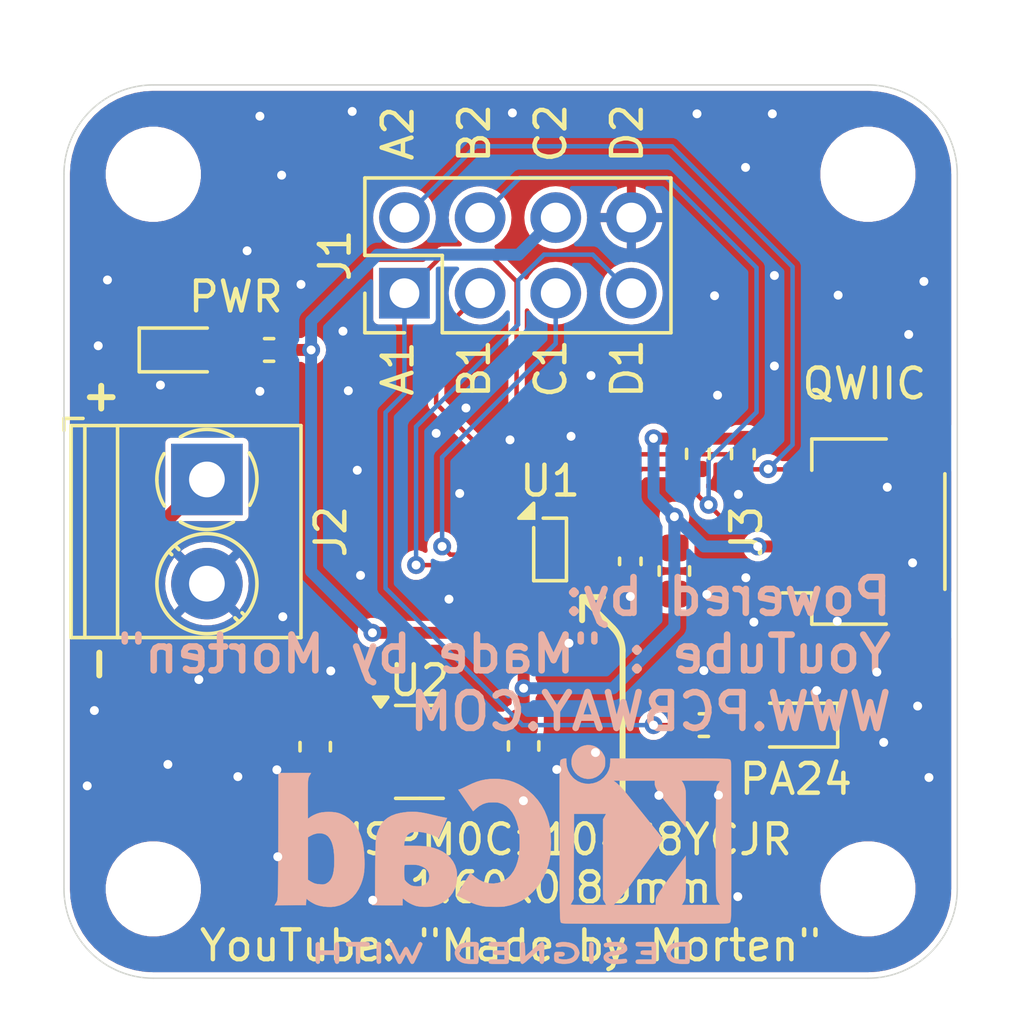
<source format=kicad_pcb>
(kicad_pcb (version 20240108) (generator "pcbnew") (generator_version "8.0")
  (layers (0 "F.Cu" signal) (31 "B.Cu" signal) (34 "B.Paste" user) (35 "F.Paste" user) (36 "B.SilkS" user "B.Silkscreen") (37 "F.SilkS" user "F.Silkscreen") (38 "B.Mask" user) (39 "F.Mask" user) (44 "Edge.Cuts" user))
  (net 0 "")
  (net 1 "+3V3")
  (net 2 "GND")
  (net 3 "Net-(J2-Pin_1)")
  (net 4 "Net-(D1-A)")
  (net 5 "Net-(D2-A)")
  (net 6 "/PA27")
  (net 7 "/PA24")
  (net 8 "/I2C0_SDA")
  (net 9 "/SWCLK")
  (net 10 "/I2C0_SCL")
  (net 11 "/SWDIO")
  (footprint "Morten_Library:Texas_DSBGA-8_0.86x1.6mm_Layout2x4_P0.35mm" (layer "F.Cu") (at 126.325 95.6)
    (property "Reference" "U1" (at 0 -2.3 0) (layer "F.SilkS"))
    (property "Value" "MSPM0C1104S8YCJR")
    (pad "A1" smd circle (at -0.175 -0.525) (size 0.2 0.2) (layers "F.Cu" "F.Mask") (net 7 "/PA24"))
    (pad "A2" smd circle (at 0.175 -0.525) (size 0.2 0.2) (layers "F.Cu" "F.Mask") (net 8 "/I2C0_SDA"))
    (pad "B1" smd circle (at -0.175 -0.175) (size 0.2 0.2) (layers "F.Cu" "F.Mask") (net 6 "/PA27"))
    (pad "B2" smd circle (at 0.175 -0.175) (size 0.2 0.2) (layers "F.Cu" "F.Mask") (net 10 "/I2C0_SCL"))
    (pad "C1" smd circle (at -0.175 0.175) (size 0.2 0.2) (layers "F.Cu" "F.Mask") (net 9 "/SWCLK"))
    (pad "C2" smd circle (at 0.175 0.175) (size 0.2 0.2) (layers "F.Cu" "F.Mask") (net 1 "+3V3"))
    (pad "D1" smd circle (at -0.175 0.525) (size 0.2 0.2) (layers "F.Cu" "F.Mask") (net 11 "/SWDIO"))
    (pad "D2" smd circle (at 0.175 0.525) (size 0.2 0.2) (layers "F.Cu" "F.Mask") (net 2 "GND"))
  )
  (footprint "Resistor_SMD:R_0402_1005Metric" (layer "F.Cu") (at 131.49 101.5)
    (property "Reference" "R2" (hide yes))
    (property "Value" "1K")
    (pad "1" smd roundrect (at -0.51 0) (size 0.54 0.64) (layers "F.Cu" "F.Paste" "F.Mask") (net 7 "/PA24"))
    (pad "2" smd roundrect (at 0.51 0) (size 0.54 0.64) (layers "F.Cu" "F.Paste" "F.Mask") (net 5 "Net-(D2-A)"))
  )
  (footprint "MountingHole:MountingHole_2.7mm" (layer "F.Cu") (at 113 83)
    (property "Reference" "H1" (hide yes))
    (property "Value" "MountingHole")
    (pad "" np_thru_hole circle (at 0 0) (size 2.7 2.7) (drill 2.7) (layers "*.Cu" "*.Mask"))
  )
  (footprint "Resistor_SMD:R_0402_1005Metric" (layer "F.Cu") (at 132.8 92.4 -90)
    (property "Reference" "R4" (hide yes))
    (property "Value" "4K7")
    (pad "1" smd roundrect (at -0.51 0 270) (size 0.54 0.64) (layers "F.Cu" "F.Paste" "F.Mask") (net 1 "+3V3"))
    (pad "2" smd roundrect (at 0.51 0 270) (size 0.54 0.64) (layers "F.Cu" "F.Paste" "F.Mask") (net 8 "/I2C0_SDA"))
  )
  (footprint "TerminalBlock_Phoenix:TerminalBlock_Phoenix_PT-1,5-2-3.5-H_1x02_P3.50mm_Horizontal" (layer "F.Cu") (at 114.8 93.25 -90)
    (property "Reference" "J2" (at 1.75 -4.16 90) (layer "F.SilkS"))
    (property "Value" "Screw_Terminal_01x02")
    (pad "1" thru_hole rect (at 0 0 270) (size 2.4 2.4) (drill 1.2) (layers "*.Cu" "*.Mask") (net 3 "Net-(J2-Pin_1)"))
    (pad "2" thru_hole circle (at 3.5 0 270) (size 2.4 2.4) (drill 1.2) (layers "*.Cu" "*.Mask") (net 2 "GND"))
  )
  (footprint "Connector_JST:JST_SH_SM04B-SRSS-TB_1x04-1MP_P1.00mm_Horizontal" (layer "F.Cu") (at 136.9 95 90)
    (property "Reference" "J3" (at 0 -3.98 -90) (layer "F.SilkS"))
    (property "Value" "Conn_01x04")
    (pad "1" smd roundrect (at -1.5 -2 90) (size 0.6 1.55) (layers "F.Cu" "F.Paste" "F.Mask") (net 2 "GND"))
    (pad "2" smd roundrect (at -0.5 -2 90) (size 0.6 1.55) (layers "F.Cu" "F.Paste" "F.Mask") (net 1 "+3V3"))
    (pad "3" smd roundrect (at 0.5 -2 90) (size 0.6 1.55) (layers "F.Cu" "F.Paste" "F.Mask") (net 8 "/I2C0_SDA"))
    (pad "4" smd roundrect (at 1.5 -2 90) (size 0.6 1.55) (layers "F.Cu" "F.Paste" "F.Mask") (net 10 "/I2C0_SCL"))
    (pad "MP" smd roundrect (at -2.8 1.875 90) (size 1.2 1.8) (layers "F.Cu" "F.Paste" "F.Mask") (roundrect_rratio 0.2083333333))
    (pad "MP" smd roundrect (at 2.8 1.875 90) (size 1.2 1.8) (layers "F.Cu" "F.Paste" "F.Mask") (roundrect_rratio 0.2083333333))
  )
  (footprint "LED_SMD:LED_0603_1608Metric" (layer "F.Cu") (at 114.0125 88.9)
    (property "Reference" "D1" (hide yes))
    (property "Value" "GREEN")
    (pad "1" smd roundrect (at -0.7875 0) (size 0.875 0.95) (layers "F.Cu" "F.Paste" "F.Mask") (net 2 "GND"))
    (pad "2" smd roundrect (at 0.7875 0) (size 0.875 0.95) (layers "F.Cu" "F.Paste" "F.Mask") (net 4 "Net-(D1-A)"))
  )
  (footprint "MountingHole:MountingHole_2.7mm" (layer "F.Cu") (at 137 83)
    (property "Reference" "H2" (hide yes))
    (property "Value" "MountingHole")
    (pad "" np_thru_hole circle (at 0 0) (size 2.7 2.7) (drill 2.7) (layers "*.Cu" "*.Mask"))
  )
  (footprint "Capacitor_SMD:C_0603_1608Metric" (layer "F.Cu") (at 125.4375 102.2 -90)
    (property "Reference" "C4" (hide yes))
    (property "Value" "1u")
    (pad "1" smd roundrect (at -0.775 0 270) (size 0.9 0.95) (layers "F.Cu" "F.Paste" "F.Mask") (net 1 "+3V3"))
    (pad "2" smd roundrect (at 0.775 0 270) (size 0.9 0.95) (layers "F.Cu" "F.Paste" "F.Mask") (net 2 "GND"))
  )
  (footprint "Connector_PinHeader_2.54mm:PinHeader_2x04_P2.54mm_Vertical" (layer "F.Cu") (at 121.435 86.995 90)
    (property "Reference" "J1" (at 1.27 -2.33 -90) (layer "F.SilkS"))
    (property "Value" "Conn_02x04_Odd_Even")
    (pad "1" thru_hole rect (at 0 0 90) (size 1.7 1.7) (drill 1) (layers "*.Cu" "*.Mask") (net 7 "/PA24"))
    (pad "2" thru_hole oval (at 2.54 0 90) (size 1.7 1.7) (drill 1) (layers "*.Cu" "*.Mask") (net 8 "/I2C0_SDA"))
    (pad "3" thru_hole oval (at 0 2.54 90) (size 1.7 1.7) (drill 1) (layers "*.Cu" "*.Mask") (net 6 "/PA27"))
    (pad "4" thru_hole oval (at 2.54 2.54 90) (size 1.7 1.7) (drill 1) (layers "*.Cu" "*.Mask") (net 10 "/I2C0_SCL"))
    (pad "5" thru_hole oval (at 0 5.08 90) (size 1.7 1.7) (drill 1) (layers "*.Cu" "*.Mask") (net 9 "/SWCLK"))
    (pad "6" thru_hole oval (at 2.54 5.08 90) (size 1.7 1.7) (drill 1) (layers "*.Cu" "*.Mask") (net 1 "+3V3"))
    (pad "7" thru_hole oval (at 0 7.62 90) (size 1.7 1.7) (drill 1) (layers "*.Cu" "*.Mask") (net 11 "/SWDIO"))
    (pad "8" thru_hole oval (at 2.54 7.62 90) (size 1.7 1.7) (drill 1) (layers "*.Cu" "*.Mask") (net 2 "GND"))
  )
  (footprint "MountingHole:MountingHole_2.7mm" (layer "F.Cu") (at 113 107)
    (property "Reference" "H4" (hide yes))
    (property "Value" "MountingHole")
    (pad "" np_thru_hole circle (at 0 0) (size 2.7 2.7) (drill 2.7) (layers "*.Cu" "*.Mask"))
  )
  (footprint "Resistor_SMD:R_0402_1005Metric" (layer "F.Cu") (at 116.89 88.9)
    (property "Reference" "R5" (hide yes))
    (property "Value" "1K")
    (pad "1" smd roundrect (at -0.51 0) (size 0.54 0.64) (layers "F.Cu" "F.Paste" "F.Mask") (net 4 "Net-(D1-A)"))
    (pad "2" smd roundrect (at 0.51 0) (size 0.54 0.64) (layers "F.Cu" "F.Paste" "F.Mask") (net 1 "+3V3"))
  )
  (footprint "LED_SMD:LED_0603_1608Metric" (layer "F.Cu") (at 134.5 101.5 180)
    (property "Reference" "D2" (hide yes))
    (property "Value" "YELLOW")
    (pad "1" smd roundrect (at -0.7875 0 180) (size 0.875 0.95) (layers "F.Cu" "F.Paste" "F.Mask") (net 2 "GND"))
    (pad "2" smd roundrect (at 0.7875 0 180) (size 0.875 0.95) (layers "F.Cu" "F.Paste" "F.Mask") (net 5 "Net-(D2-A)"))
  )
  (footprint "Capacitor_SMD:C_0603_1608Metric" (layer "F.Cu") (at 130.5 96.325 -90)
    (property "Reference" "C2" (hide yes))
    (property "Value" "10u/16V")
    (pad "1" smd roundrect (at -0.775 0 270) (size 0.9 0.95) (layers "F.Cu" "F.Paste" "F.Mask") (net 1 "+3V3"))
    (pad "2" smd roundrect (at 0.775 0 270) (size 0.9 0.95) (layers "F.Cu" "F.Paste" "F.Mask") (net 2 "GND"))
  )
  (footprint "Capacitor_SMD:C_0402_1005Metric" (layer "F.Cu") (at 129.02 96 -90)
    (property "Reference" "C1" (hide yes))
    (property "Value" "100n")
    (pad "1" smd roundrect (at -0.48 0 270) (size 0.56 0.62) (layers "F.Cu" "F.Paste" "F.Mask") (net 1 "+3V3"))
    (pad "2" smd roundrect (at 0.48 0 270) (size 0.56 0.62) (layers "F.Cu" "F.Paste" "F.Mask") (net 2 "GND"))
  )
  (footprint "Package_TO_SOT_SMD:SOT-23-5" (layer "F.Cu") (at 121.9375 102.4)
    (property "Reference" "U2" (at 0 -2.4 0) (layer "F.SilkS"))
    (property "Value" "TLV75533PDBV")
    (pad "1" smd roundrect (at -1.1375 -0.95) (size 1.325 0.6) (layers "F.Cu" "F.Paste" "F.Mask") (net 3 "Net-(J2-Pin_1)"))
    (pad "2" smd roundrect (at -1.1375 0) (size 1.325 0.6) (layers "F.Cu" "F.Paste" "F.Mask") (net 2 "GND"))
    (pad "3" smd roundrect (at -1.1375 0.95) (size 1.325 0.6) (layers "F.Cu" "F.Paste" "F.Mask") (net 3 "Net-(J2-Pin_1)"))
    (pad "4" smd roundrect (at 1.1375 0.95) (size 1.325 0.6) (layers "F.Cu" "F.Paste" "F.Mask"))
    (pad "5" smd roundrect (at 1.1375 -0.95) (size 1.325 0.6) (layers "F.Cu" "F.Paste" "F.Mask") (net 1 "+3V3"))
  )
  (footprint "Capacitor_SMD:C_0603_1608Metric" (layer "F.Cu") (at 118.4375 102.225 -90)
    (property "Reference" "C3" (hide yes))
    (property "Value" "1u")
    (pad "1" smd roundrect (at -0.775 0 270) (size 0.9 0.95) (layers "F.Cu" "F.Paste" "F.Mask") (net 3 "Net-(J2-Pin_1)"))
    (pad "2" smd roundrect (at 0.775 0 270) (size 0.9 0.95) (layers "F.Cu" "F.Paste" "F.Mask") (net 2 "GND"))
  )
  (footprint "MountingHole:MountingHole_2.7mm" (layer "F.Cu") (at 137 107)
    (property "Reference" "H3" (hide yes))
    (property "Value" "MountingHole")
    (pad "" np_thru_hole circle (at 0 0) (size 2.7 2.7) (drill 2.7) (layers "*.Cu" "*.Mask"))
  )
  (footprint "Resistor_SMD:R_0402_1005Metric" (layer "F.Cu") (at 131.29 92.39 -90)
    (property "Reference" "R3" (hide yes))
    (property "Value" "4K7")
    (pad "1" smd roundrect (at -0.51 0 270) (size 0.54 0.64) (layers "F.Cu" "F.Paste" "F.Mask") (net 1 "+3V3"))
    (pad "2" smd roundrect (at 0.51 0 270) (size 0.54 0.64) (layers "F.Cu" "F.Paste" "F.Mask") (net 10 "/I2C0_SCL"))
  )
  (footprint "Symbol:KiCad-Logo2_6mm_SilkScreen" (layer "B.Cu") (at 124.75 105.15 180)
    (property "Reference" "REF**" (hide yes))
    (property "Value" "KiCad-Logo2_6mm_SilkScreen" (hide yes))
  )
  (gr_arc (start 128.445525 98.249082) (mid 128.68 98.6) (end 128.762337 99.013935) (stroke (width 0.2)) (layer "F.SilkS"))
  (gr_line (start 128.437734 98.237734) (end 127.4 97.2) (stroke (width 0.2)) (layer "F.SilkS"))
  (gr_line (start 128.76 98.98) (end 128.76 104.34) (stroke (width 0.2)) (layer "F.SilkS"))
  (gr_line (start 127.4 97.976346) (end 127.4 97.223654) (stroke (width 0.2)) (layer "F.SilkS"))
  (gr_line (start 127.4 97.2) (end 128.1 97.2) (stroke (width 0.2)) (layer "F.SilkS"))
  (gr_arc (start 137 80) (mid 139.12132 80.87868) (end 140 83) (stroke (width 0.05)) (layer "Edge.Cuts"))
  (gr_arc (start 110 83) (mid 110.87868 80.87868) (end 113 80) (stroke (width 0.05)) (layer "Edge.Cuts"))
  (gr_arc (start 113 110) (mid 110.87868 109.12132) (end 110 107) (stroke (width 0.05)) (layer "Edge.Cuts"))
  (gr_line (start 110 107) (end 110 83) (stroke (width 0.05)) (layer "Edge.Cuts"))
  (gr_line (start 137 110) (end 113 110) (stroke (width 0.05)) (layer "Edge.Cuts"))
  (gr_line (start 140 83) (end 140 107) (stroke (width 0.05)) (layer "Edge.Cuts"))
  (gr_line (start 113 80) (end 137 80) (stroke (width 0.05)) (layer "Edge.Cuts"))
  (gr_arc (start 140 107) (mid 139.12132 109.12132) (end 137 110) (stroke (width 0.05)) (layer "Edge.Cuts"))
  (gr_text "Powered by:\nYouTube : {dblquote}Made by Morten{dblquote}\nWWW.PCBWAY.COM" (at 137.9 101.75 0) (layer "B.SilkS") (effects (font (size 1.2 1.2) (thickness 0.22) (bold yes)) (justify left bottom mirror)))
  (gr_text "D1" (at 129.5 90.6 90) (layer "F.SilkS") (effects (font (size 1 1)) (justify left bottom)))
  (gr_text "-" (at 111.7 100.2 90) (layer "F.SilkS") (effects (font (size 1 1) (thickness 0.2)) (justify left bottom)))
  (gr_text "PA24\n" (at 132.6 103.9 0) (layer "F.SilkS") (effects (font (size 1 1)) (justify left bottom)))
  (gr_text "PWR" (at 114.1 87.7 0) (layer "F.SilkS") (effects (font (size 1 1)) (justify left bottom)))
  (gr_text "+" (at 110.5 91 0) (layer "F.SilkS") (effects (font (size 1 1) (thickness 0.2)) (justify left bottom)))
  (gr_text "D2" (at 129.5 82.7 90) (layer "F.SilkS") (effects (font (size 1 1)) (justify left bottom)))
  (gr_text "B1" (at 124.366666 90.6 90) (layer "F.SilkS") (effects (font (size 1 1)) (justify left bottom)))
  (gr_text "QWIIC" (at 134.71 90.62 0) (layer "F.SilkS") (effects (font (size 1 1)) (justify left bottom)))
  (gr_text "A1" (at 121.8 90.528571 90) (layer "F.SilkS") (effects (font (size 1 1)) (justify left bottom)))
  (gr_text "B2" (at 124.366666 82.7 90) (layer "F.SilkS") (effects (font (size 1 1)) (justify left bottom)))
  (gr_text "\nYouTube: {dblquote}Made by Morten{dblquote}" (at 125 109.49 0) (layer "F.SilkS") (effects (font (size 1 1)) (justify bottom)))
  (gr_text "C1" (at 126.933332 90.6 90) (layer "F.SilkS") (effects (font (size 1 1)) (justify left bottom)))
  (gr_text "C2" (at 126.933332 82.7 90) (layer "F.SilkS") (effects (font (size 1 1)) (justify left bottom)))
  (gr_text "MSPM0C1104S8YCJR\n1.60x0.86mm" (at 126.68 107.54 0) (layer "F.SilkS") (effects (font (size 1 1)) (justify bottom)))
  (gr_text "A2" (at 121.8 82.628571 90) (layer "F.SilkS") (effects (font (size 1 1)) (justify left bottom)))
  (segment (start 131.29 91.88) (end 132.79 91.88) (width 0.4) (layer "F.Cu") (net 1))
  (segment (start 117.4 88.9) (end 118.3 88.9) (width 0.4) (layer "F.Cu") (net 1))
  (segment (start 128.225 95.775) (end 128.48 95.52) (width 0.15) (layer "F.Cu") (net 1))
  (segment (start 125.4125 101.45) (end 125.4375 101.425) (width 0.15) (layer "F.Cu") (net 1))
  (segment (start 125.23 99.37) (end 124.26 98.4) (width 0.4) (layer "F.Cu") (net 1))
  (segment (start 134.9 95.5) (end 133.3 95.5) (width 0.4) (layer "F.Cu") (net 1))
  (segment (start 126.5 95.775) (end 128.225 95.775) (width 0.15) (layer "F.Cu") (net 1))
  (segment (start 128.48 95.52) (end 129.02 95.52) (width 0.15) (layer "F.Cu") (net 1))
  (segment (start 134.4 95.5) (end 134.47 95.5) (width 0.15) (layer "F.Cu") (net 1))
  (segment (start 125.4375 99.5775) (end 125.23 99.37) (width 0.4) (layer "F.Cu") (net 1))
  (segment (start 129.8 91.87) (end 130.28 91.88) (width 0.4) (layer "F.Cu") (net 1))
  (segment (start 124.26 98.4) (end 120.36 98.4) (width 0.4) (layer "F.Cu") (net 1))
  (segment (start 130.47 95.52) (end 130.5 95.55) (width 0.15) (layer "F.Cu") (net 1))
  (segment (start 130.5 95.55) (end 130.5 94.5) (width 0.4) (layer "F.Cu") (net 1))
  (segment (start 132.79 91.88) (end 132.8 91.89) (width 0.15) (layer "F.Cu") (net 1))
  (segment (start 125.4375 100.2625) (end 125.4375 99.5775) (width 0.4) (layer "F.Cu") (net 1))
  (segment (start 123.075 101.45) (end 125.4125 101.45) (width 0.4) (layer "F.Cu") (net 1))
  (segment (start 130.28 91.88) (end 131.29 91.88) (width 0.4) (layer "F.Cu") (net 1))
  (segment (start 125.5 100.2) (end 125.4375 100.2625) (width 0.15) (layer "F.Cu") (net 1))
  (segment (start 129.02 95.52) (end 130.47 95.52) (width 0.4) (layer "F.Cu") (net 1))
  (segment (start 125.4375 101.425) (end 125.4375 100.2625) (width 0.4) (layer "F.Cu") (net 1))
  (via (at 130.5 94.5) (size 0.6) (drill 0.3) (layers "F.Cu" "B.Cu") (net 1))
  (via (at 133.3 95.5) (size 0.6) (drill 0.3) (layers "F.Cu" "B.Cu") (net 1))
  (via (at 118.3 88.9) (size 0.6) (drill 0.3) (layers "F.Cu" "B.Cu") (net 1))
  (via (at 129.8 91.87) (size 0.6) (drill 0.3) (layers "F.Cu" "B.Cu") (net 1))
  (via (at 120.36 98.4) (size 0.6) (drill 0.3) (layers "F.Cu" "B.Cu") (net 1))
  (via (at 125.4375 100.2625) (size 0.6) (drill 0.3) (layers "F.Cu" "B.Cu") (net 1))
  (segment (start 125.27 85.7) (end 126.515 84.455) (width 0.4) (layer "B.Cu") (net 1))
  (segment (start 118.3 88.9) (end 118.3 87.93) (width 0.4) (layer "B.Cu") (net 1))
  (segment (start 129.8 93.8) (end 130.5 94.5) (width 0.4) (layer "B.Cu") (net 1))
  (segment (start 118.3 96.34) (end 118.3 88.9) (width 0.4) (layer "B.Cu") (net 1))
  (segment (start 131.5 95.5) (end 133.3 95.5) (width 0.4) (layer "B.Cu") (net 1))
  (segment (start 120.36 98.4) (end 118.3 96.34) (width 0.4) (layer "B.Cu") (net 1))
  (segment (start 125.4375 100.2625) (end 128.4375 100.2625) (width 0.4) (layer "B.Cu") (net 1))
  (segment (start 129.8 91.87) (end 129.8 93.8) (width 0.4) (layer "B.Cu") (net 1))
  (segment (start 118.3 87.93) (end 120.53 85.7) (width 0.4) (layer "B.Cu") (net 1))
  (segment (start 120.53 85.7) (end 125.27 85.7) (width 0.4) (layer "B.Cu") (net 1))
  (segment (start 130.5 98.2) (end 130.5 94.5) (width 0.4) (layer "B.Cu") (net 1))
  (segment (start 130.5 94.5) (end 131.5 95.5) (width 0.4) (layer "B.Cu") (net 1))
  (segment (start 128.4375 100.2625) (end 130.5 98.2) (width 0.4) (layer "B.Cu") (net 1))
  (segment (start 129.02 96.48) (end 129.02 96.92) (width 0.15) (layer "F.Cu") (net 2))
  (segment (start 119.27 103) (end 118.4375 103) (width 0.4) (layer "F.Cu") (net 2))
  (segment (start 120.8 102.4) (end 119.87 102.4) (width 0.4) (layer "F.Cu") (net 2))
  (segment (start 119.87 102.4) (end 119.27 103) (width 0.4) (layer "F.Cu") (net 2))
  (segment (start 118.4375 103) (end 117.15 103) (width 0.4) (layer "F.Cu") (net 2))
  (segment (start 126.5 96.125) (end 127.925 96.125) (width 0.15) (layer "F.Cu") (net 2))
  (segment (start 127.925 96.125) (end 128.28 96.48) (width 0.15) (layer "F.Cu") (net 2))
  (segment (start 131.58 97.1) (end 131.59 97.11) (width 0.15) (layer "F.Cu") (net 2))
  (segment (start 128.28 96.48) (end 129.02 96.48) (width 0.15) (layer "F.Cu") (net 2))
  (segment (start 130.5 97.1) (end 131.58 97.1) (width 0.15) (layer "F.Cu") (net 2))
  (via (at 118.96 99.68) (size 0.6) (drill 0.3) (layers "F.Cu" "B.Cu") (net 2))
  (via (at 119.96 96.47) (size 0.6) (drill 0.3) (layers "F.Cu" "B.Cu") (net 2))
  (via (at 138.5 96.05) (size 0.6) (drill 0.3) (layers "F.Cu" "B.Cu") (net 2))
  (via (at 139.05 103.26) (size 0.6) (drill 0.3) (layers "F.Cu" "B.Cu") (net 2))
  (via (at 116.58 90.29) (size 0.6) (drill 0.3) (layers "F.Cu" "B.Cu") (net 2))
  (via (at 122.93 97.27) (size 0.6) (drill 0.3) (layers "F.Cu" "B.Cu") (net 2))
  (via (at 131.26 80.97) (size 0.6) (drill 0.3) (layers "F.Cu" "B.Cu") (net 2))
  (via (at 132.89 82.77) (size 0.6) (drill 0.3) (layers "F.Cu" "B.Cu") (net 2))
  (via (at 127.85 102.42) (size 0.6) (drill 0.3) (layers "F.Cu" "B.Cu") (net 2))
  (via (at 125.06 80.94) (size 0.6) (drill 0.3) (layers "F.Cu" "B.Cu") (net 2))
  (via (at 123.5 90.85) (size 0.6) (drill 0.3) (layers "F.Cu" "B.Cu") (net 2))
  (via (at 119.85 92.94) (size 0.6) (drill 0.3) (layers "F.Cu" "B.Cu") (net 2))
  (via (at 111.15 88.76) (size 0.6) (drill 0.3) (layers "F.Cu" "B.Cu") (net 2))
  (via (at 131.95 90.42) (size 0.6) (drill 0.3) (layers "F.Cu" "B.Cu") (net 2))
  (via (at 114.53 99.97) (size 0.6) (drill 0.3) (layers "F.Cu" "B.Cu") (net 2))
  (via (at 138.67 100.86) (size 0.6) (drill 0.3) (layers "F.Cu" "B.Cu") (net 2))
  (via (at 111.02 101.01) (size 0.6) (drill 0.3) (layers "F.Cu" "B.Cu") (net 2))
  (via (at 137.53 102.08) (size 0.6) (drill 0.3) (layers "F.Cu" "B.Cu") (net 2))
  (via (at 113.24 90.08) (size 0.6) (drill 0.3) (layers "F.Cu" "B.Cu") (net 2))
  (via (at 135.28 100.34) (size 0.6) (drill 0.3) (layers "F.Cu" "B.Cu") (net 2))
  (via (at 133.17 98.04) (size 0.6) (drill 0.3) (layers "F.Cu" "B.Cu") (net 2))
  (via (at 117.15 103) (size 0.6) (drill 0.3) (layers "F.Cu" "B.Cu") (net 2))
  (via (at 133.79 80.97) (size 0.6) (drill 0.3) (layers "F.Cu" "B.Cu") (net 2))
  (via (at 138.88 86.6) (size 0.6) (drill 0.3) (layers "F.Cu" "B.Cu") (net 2))
  (via (at 132.9 96.55) (size 0.6) (drill 0.3) (layers "F.Cu" "B.Cu") (net 2))
  (via (at 119.68 80.89) (size 0.6) (drill 0.3) (layers "F.Cu" "B.Cu") (net 2))
  (via (at 123.29 93.72) (size 0.6) (drill 0.3) (layers "F.Cu" "B.Cu") (net 2))
  (via (at 119.37 88.27) (size 0.6) (drill 0.3) (layers "F.Cu" "B.Cu") (net 2))
  (via (at 127.7 89.76) (size 0.6) (drill 0.3) (layers "F.Cu" "B.Cu") (net 2))
  (via (at 132.65 93.75) (size 0.6) (drill 0.3) (layers "F.Cu" "B.Cu") (net 2))
  (via (at 131.98 103.85) (size 0.6) (drill 0.3) (layers "F.Cu" "B.Cu") (net 2))
  (via (at 117.18 105.92) (size 0.6) (drill 0.3) (layers "F.Cu" "B.Cu") (net 2))
  (via (at 136 87.06) (size 0.6) (drill 0.3) (layers "F.Cu" "B.Cu") (net 2))
  (via (at 116.58 81.05) (size 0.6) (drill 0.3) (layers "F.Cu" "B.Cu") (net 2))
  (via (at 132.63 107.26) (size 0.6) (drill 0.3) (layers "F.Cu" "B.Cu") (net 2))
  (via (at 110.78 103.54) (size 0.6) (drill 0.3) (layers "F.Cu" "B.Cu") (net 2))
  (via (at 135.97 98.01) (size 0.6) (drill 0.3) (layers "F.Cu" "B.Cu") (net 2))
  (via (at 131.49 99.67) (size 0.6) (drill 0.3) (layers "F.Cu" "B.Cu") (net 2))
  (via (at 137.65 93.51) (size 0.6) (drill 0.3) (layers "F.Cu" "B.Cu") (net 2))
  (via (at 138.37 88.38) (size 0.6) (drill 0.3) (layers "F.Cu" "B.Cu") (net 2))
  (via (at 129.98 103.86) (size 0.6) (drill 0.3) (layers "F.Cu" "B.Cu") (net 2))
  (via (at 124.98 91.92) (size 0.6) (drill 0.3) (layers "F.Cu" "B.Cu") (net 2))
  (via (at 125.43 104.04) (size 0.6) (drill 0.3) (layers "F.Cu" "B.Cu") (net 2))
  (via (at 122.5 91.7) (size 0.6) (drill 0.3) (layers "F.Cu" "B.Cu") (net 2))
  (via (at 115.84 103.23) (size 0.6) (drill 0.3) (layers "F.Cu" "B.Cu") (net 2))
  (via (at 126.55 102.99) (size 0.6) (drill 0.3) (layers "F.Cu" "B.Cu") (net 2))
  (via (at 111.46 86.55) (size 0.6) (drill 0.3) (layers "F.Cu" "B.Cu") (net 2))
  (via (at 113.49 102.82) (size 0.6) (drill 0.3) (layers "F.Cu" "B.Cu") (net 2))
  (via (at 133.86 86.4) (size 0.6) (drill 0.3) (layers "F.Cu" "B.Cu") (net 2))
  (via (at 119.55 90.27) (size 0.6) (drill 0.3) (layers "F.Cu" "B.Cu") (net 2))
  (via (at 116.15 85.57) (size 0.6) (drill 0.3) (layers "F.Cu" "B.Cu") (net 2))
  (via (at 127.03 91.8) (size 0.6) (drill 0.3) (layers "F.Cu" "B.Cu") (net 2))
  (via (at 131.59 97.11) (size 0.6) (drill 0.3) (layers "F.Cu" "B.Cu") (net 2))
  (via (at 129.02 97.18) (size 0.6) (drill 0.3) (layers "F.Cu" "B.Cu") (net 2))
  (via (at 126.96 98.75) (size 0.6) (drill 0.3) (layers "F.Cu" "B.Cu") (net 2))
  (via (at 117.31 83.03) (size 0.6) (drill 0.3) (layers "F.Cu" "B.Cu") (net 2))
  (via (at 133.86 89.44) (size 0.6) (drill 0.3) (layers "F.Cu" "B.Cu") (net 2))
  (via (at 120.37 107.38) (size 0.6) (drill 0.3) (layers "F.Cu" "B.Cu") (net 2))
  (via (at 137.3 99.72) (size 0.6) (drill 0.3) (layers "F.Cu" "B.Cu") (net 2))
  (via (at 117.96 86.7) (size 0.6) (drill 0.3) (layers "F.Cu" "B.Cu") (net 2))
  (via (at 131.85 87.08) (size 0.6) (drill 0.3) (layers "F.Cu" "B.Cu") (net 2))
  (via (at 117.35 97.86) (size 0.6) (drill 0.3) (layers "F.Cu" "B.Cu") (net 2))
  (segment (start 120.8 101.45) (end 121.75 101.45) (width 0.2) (layer "F.Cu") (net 3))
  (segment (start 121.75 101.45) (end 121.9 101.6) (width 0.2) (layer "F.Cu") (net 3))
  (segment (start 121.9 103.2) (end 121.75 103.35) (width 0.2) (layer "F.Cu") (net 3))
  (segment (start 112.3 95.75) (end 114.8 93.25) (width 0.5) (layer "F.Cu") (net 3))
  (segment (start 121.9 101.6) (end 121.9 103.2) (width 0.2) (layer "F.Cu") (net 3))
  (segment (start 112.3 99.9) (end 112.3 95.75) (width 0.5) (layer "F.Cu") (net 3))
  (segment (start 118.4375 101.45) (end 120.8 101.45) (width 0.5) (layer "F.Cu") (net 3))
  (segment (start 118.4375 101.45) (end 113.85 101.45) (width 0.5) (layer "F.Cu") (net 3))
  (segment (start 121.75 103.35) (end 120.8 103.35) (width 0.2) (layer "F.Cu") (net 3))
  (segment (start 113.85 101.45) (end 112.3 99.9) (width 0.5) (layer "F.Cu") (net 3))
  (segment (start 114.8 88.9) (end 116.38 88.9) (width 0.2) (layer "F.Cu") (net 4))
  (segment (start 133.7125 101.5) (end 132 101.5) (width 0.15) (layer "F.Cu") (net 5))
  (segment (start 122.5 90.7) (end 122.5 88.47) (width 0.15) (layer "F.Cu") (net 6))
  (segment (start 122.5 88.47) (end 123.975 86.995) (width 0.15) (layer "F.Cu") (net 6))
  (segment (start 124.325 95.425) (end 123.9 95) (width 0.15) (layer "F.Cu") (net 6))
  (segment (start 123.9 92.1) (end 122.5 90.7) (width 0.15) (layer "F.Cu") (net 6))
  (segment (start 126.15 95.425) (end 124.325 95.425) (width 0.15) (layer "F.Cu") (net 6))
  (segment (start 123.9 95) (end 123.9 92.1) (width 0.15) (layer "F.Cu") (net 6))
  (segment (start 125.2 86.6) (end 124.3 85.7) (width 0.15) (layer "F.Cu") (net 7))
  (segment (start 124.3 94.8) (end 124.3 91.7) (width 0.15) (layer "F.Cu") (net 7))
  (segment (start 124.3 85.7) (end 122.73 85.7) (width 0.15) (layer "F.Cu") (net 7))
  (segment (start 125.2 90.8) (end 125.2 86.6) (width 0.15) (layer "F.Cu") (net 7))
  (segment (start 122.73 85.7) (end 121.435 86.995) (width 0.15) (layer "F.Cu") (net 7))
  (segment (start 126.15 95.075) (end 124.575 95.075) (width 0.15) (layer "F.Cu") (net 7))
  (segment (start 130.98 101.5) (end 129.8 101.5) (width 0.15) (layer "F.Cu") (net 7))
  (segment (start 124.575 95.075) (end 124.3 94.8) (width 0.15) (layer "F.Cu") (net 7))
  (segment (start 124.3 91.7) (end 125.2 90.8) (width 0.15) (layer "F.Cu") (net 7))
  (via (at 129.8 101.5) (size 0.6) (drill 0.3) (layers "F.Cu" "B.Cu") (net 7))
  (segment (start 125.4 101.5) (end 129.8 101.5) (width 0.15) (layer "B.Cu") (net 7))
  (segment (start 121.435 86.995) (end 121.435 90.365) (width 0.15) (layer "B.Cu") (net 7))
  (segment (start 120.8 91) (end 120.8 96.9) (width 0.15) (layer "B.Cu") (net 7))
  (segment (start 121.435 90.365) (end 120.8 91) (width 0.15) (layer "B.Cu") (net 7))
  (segment (start 120.8 96.9) (end 125.4 101.5) (width 0.15) (layer "B.Cu") (net 7))
  (segment (start 135.96 92.91) (end 136.15 93.1) (width 0.15) (layer "F.Cu") (net 8))
  (segment (start 136.15 94.35) (end 136 94.5) (width 0.15) (layer "F.Cu") (net 8))
  (segment (start 136 94.5) (end 134.9 94.5) (width 0.15) (layer "F.Cu") (net 8))
  (segment (start 132.255 92.405) (end 132.76 92.91) (width 0.15) (layer "F.Cu") (net 8))
  (segment (start 132.8 92.91) (end 133.64 92.91) (width 0.15) (layer "F.Cu") (net 8))
  (segment (start 132.76 92.91) (end 132.8 92.91) (width 0.15) (layer "F.Cu") (net 8))
  (segment (start 126.5 95.08) (end 127.92 95.08) (width 0.15) (layer "F.Cu") (net 8))
  (segment (start 128.5 93.2) (end 129.295 92.405) (width 0.15) (layer "F.Cu") (net 8))
  (segment (start 127.92 95.08) (end 128.5 94.5) (width 0.15) (layer "F.Cu") (net 8))
  (segment (start 128.5 94.5) (end 128.5 93.2) (width 0.15) (layer "F.Cu") (net 8))
  (segment (start 136.15 93.1) (end 136.15 94.35) (width 0.15) (layer "F.Cu") (net 8))
  (segment (start 133.65 92.9) (end 133.66 92.91) (width 0.15) (layer "F.Cu") (net 8))
  (segment (start 133.64 92.91) (end 133.65 92.9) (width 0.15) (layer "F.Cu") (net 8))
  (segment (start 133.66 92.91) (end 135.96 92.91) (width 0.15) (layer "F.Cu") (net 8))
  (segment (start 129.295 92.405) (end 132.255 92.405) (width 0.15) (layer "F.Cu") (net 8))
  (via (at 133.65 92.9) (size 0.6) (drill 0.3) (layers "F.Cu" "B.Cu") (net 8))
  (segment (start 134.47 86.11) (end 130.42 82.06) (width 0.15) (layer "B.Cu") (net 8))
  (segment (start 134.47 86.11) (end 134.47 92.08) (width 0.15) (layer "B.Cu") (net 8))
  (segment (start 130.42 82.06) (end 123.83 82.06) (width 0.15) (layer "B.Cu") (net 8))
  (segment (start 123.83 82.06) (end 121.435 84.455) (width 0.15) (layer "B.Cu") (net 8))
  (segment (start 134.47 92.08) (end 133.65 92.9) (width 0.15) (layer "B.Cu") (net 8))
  (segment (start 122.975 95.775) (end 122.7 95.5) (width 0.15) (layer "F.Cu") (net 9))
  (segment (start 126.15 95.775) (end 122.975 95.775) (width 0.15) (layer "F.Cu") (net 9))
  (via (at 122.7 95.5) (size 0.6) (drill 0.3) (layers "F.Cu" "B.Cu") (net 9))
  (segment (start 122.7 95.5) (end 122.7 92.5) (width 0.15) (layer "B.Cu") (net 9))
  (segment (start 126.515 88.685) (end 126.515 86.995) (width 0.15) (layer "B.Cu") (net 9))
  (segment (start 122.7 92.5) (end 126.515 88.685) (width 0.15) (layer "B.Cu") (net 9))
  (segment (start 128.9 94.6) (end 128.9 93.4) (width 0.15) (layer "F.Cu") (net 10))
  (segment (start 132.05 94.5) (end 132.8 94.5) (width 0.15) (layer "F.Cu") (net 10))
  (segment (start 131.65 94.1) (end 132.05 94.5) (width 0.15) (layer "F.Cu") (net 10))
  (segment (start 128.075 95.425) (end 128.9 94.6) (width 0.15) (layer "F.Cu") (net 10))
  (segment (start 126.5 95.425) (end 128.075 95.425) (width 0.15) (layer "F.Cu") (net 10))
  (segment (start 133.8 93.5) (end 134.9 93.5) (width 0.15) (layer "F.Cu") (net 10))
  (segment (start 129.4 92.9) (end 131.29 92.9) (width 0.15) (layer "F.Cu") (net 10))
  (segment (start 132.8 94.5) (end 133.8 93.5) (width 0.15) (layer "F.Cu") (net 10))
  (segment (start 131.6 94.1) (end 131.65 94.1) (width 0.15) (layer "F.Cu") (net 10))
  (segment (start 131.29 93.79) (end 131.6 94.1) (width 0.15) (layer "F.Cu") (net 10))
  (segment (start 131.29 92.9) (end 131.29 93.79) (width 0.15) (layer "F.Cu") (net 10))
  (segment (start 128.9 93.4) (end 129.4 92.9) (width 0.15) (layer "F.Cu") (net 10))
  (via (at 131.65 94.1) (size 0.6) (drill 0.3) (layers "F.Cu" "B.Cu") (net 10))
  (segment (start 133.26 90.99) (end 131.65 92.6) (width 0.15) (layer "B.Cu") (net 10))
  (segment (start 123.975 84.455) (end 125.31 83.12) (width 0.15) (layer "B.Cu") (net 10))
  (segment (start 133.26 86.14) (end 133.26 90.99) (width 0.15) (layer "B.Cu") (net 10))
  (segment (start 130.24 83.12) (end 133.26 86.14) (width 0.15) (layer "B.Cu") (net 10))
  (segment (start 125.31 83.12) (end 130.24 83.12) (width 0.15) (layer "B.Cu") (net 10))
  (segment (start 131.65 92.6) (end 131.65 94.1) (width 0.15) (layer "B.Cu") (net 10))
  (segment (start 126.15 96.125) (end 124.025 96.125) (width 0.15) (layer "F.Cu") (net 11))
  (segment (start 124.025 96.125) (end 121.825 96.125) (width 0.15) (layer "F.Cu") (net 11))
  (segment (start 121.8 96.1) (end 121.825 96.125) (width 0.15) (layer "F.Cu") (net 11))
  (via (at 121.825 96.125) (size 0.6) (drill 0.3) (layers "F.Cu" "B.Cu") (net 11))
  (segment (start 127.76 85.7) (end 129.055 86.995) (width 0.15) (layer "B.Cu") (net 11))
  (segment (start 125.25 88.05) (end 125.25 86.57) (width 0.15) (layer "B.Cu") (net 11))
  (segment (start 126.12 85.7) (end 127.76 85.7) (width 0.15) (layer "B.Cu") (net 11))
  (segment (start 121.825 96.125) (end 121.825 91.475) (width 0.15) (layer "B.Cu") (net 11))
  (segment (start 125.25 86.57) (end 126.12 85.7) (width 0.15) (layer "B.Cu") (net 11))
  (segment (start 121.825 91.475) (end 125.25 88.05) (width 0.15) (layer "B.Cu") (net 11))
  (zone (net 0) (net_name "") (layer "F.Cu") (connect_pads (clearance 0)) (min_thickness 0.25)
    (keepout (tracks allowed) (vias not_allowed) (pads allowed) (copperpour not_allowed) (footprints allowed))
    (fill (thermal_gap 0.5) (thermal_bridge_width 0.5))
    (polygon (pts (xy 124.85 93.65) (xy 127.8 93.65) (xy 127.8 97.6) (xy 124.85 97.6)))
  )
  (zone (net 2) (net_name "GND") (layers "F&B.Cu") (connect_pads (clearance 0.2)) (min_thickness 0.15) (fill yes (thermal_gap 0.2) (thermal_bridge_width 0.3))
    (polygon (pts (xy 110 80) (xy 140 80) (xy 140 110) (xy 110 110)))
  )
)
</source>
